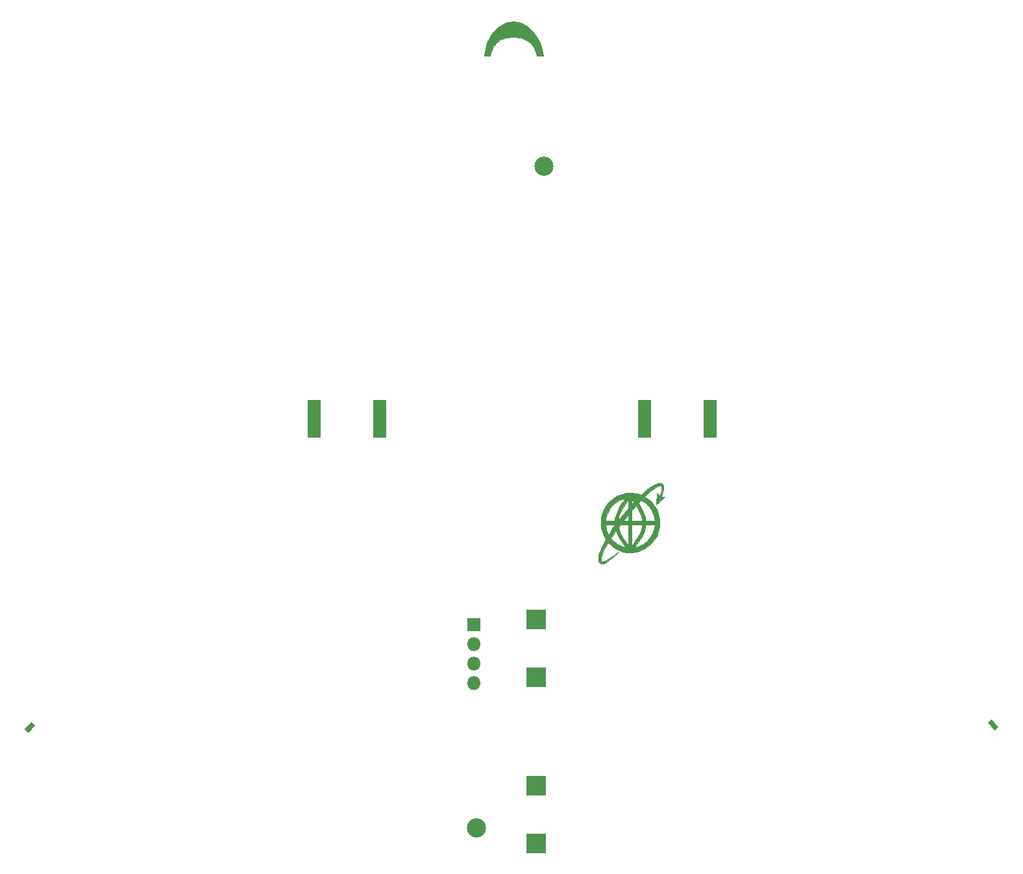
<source format=gts>
%TF.GenerationSoftware,KiCad,Pcbnew,5.1.6-c6e7f7d~86~ubuntu18.04.1*%
%TF.CreationDate,2020-06-22T17:01:26-04:00*%
%TF.ProjectId,aerospace_badge,6165726f-7370-4616-9365-5f6261646765,V02*%
%TF.SameCoordinates,Original*%
%TF.FileFunction,Soldermask,Top*%
%TF.FilePolarity,Negative*%
%FSLAX46Y46*%
G04 Gerber Fmt 4.6, Leading zero omitted, Abs format (unit mm)*
G04 Created by KiCad (PCBNEW 5.1.6-c6e7f7d~86~ubuntu18.04.1) date 2020-06-22 17:01:26*
%MOMM*%
%LPD*%
G01*
G04 APERTURE LIST*
%ADD10C,0.070004*%
%ADD11C,0.100000*%
%ADD12C,0.007294*%
%ADD13R,2.600000X2.600000*%
%ADD14R,1.700000X5.000000*%
%ADD15C,2.500000*%
%ADD16R,1.800000X1.800000*%
%ADD17O,1.800000X1.800000*%
G04 APERTURE END LIST*
D10*
%TO.C,J8*%
G36*
X144787573Y-27711948D02*
G01*
X145032411Y-26897576D01*
X145790692Y-25549691D01*
X146627891Y-24819124D01*
X147459623Y-24307811D01*
X148450975Y-24100521D01*
X149453556Y-24295438D01*
X150308284Y-24797359D01*
X151005809Y-25465163D01*
X151536785Y-26157729D01*
X151908791Y-26915744D01*
X152149243Y-27728097D01*
X152317115Y-28640559D01*
X151536785Y-28640559D01*
X151450275Y-28256126D01*
X151048944Y-27408502D01*
X150663748Y-26954278D01*
X150120080Y-26556199D01*
X149391351Y-26271578D01*
X148450973Y-26157729D01*
X147512810Y-26257249D01*
X146789902Y-26535144D01*
X146254458Y-26932347D01*
X145878688Y-27389787D01*
X145495002Y-28249107D01*
X145416512Y-28640558D01*
X144620314Y-28640558D01*
X144787573Y-27711948D01*
G37*
X144787573Y-27711948D02*
X145032411Y-26897576D01*
X145790692Y-25549691D01*
X146627891Y-24819124D01*
X147459623Y-24307811D01*
X148450975Y-24100521D01*
X149453556Y-24295438D01*
X150308284Y-24797359D01*
X151005809Y-25465163D01*
X151536785Y-26157729D01*
X151908791Y-26915744D01*
X152149243Y-27728097D01*
X152317115Y-28640559D01*
X151536785Y-28640559D01*
X151450275Y-28256126D01*
X151048944Y-27408502D01*
X150663748Y-26954278D01*
X150120080Y-26556199D01*
X149391351Y-26271578D01*
X148450973Y-26157729D01*
X147512810Y-26257249D01*
X146789902Y-26535144D01*
X146254458Y-26932347D01*
X145878688Y-27389787D01*
X145495002Y-28249107D01*
X145416512Y-28640558D01*
X144620314Y-28640558D01*
X144787573Y-27711948D01*
D11*
G36*
X84718176Y-116443111D02*
G01*
X85555446Y-115445293D01*
X86087617Y-115891837D01*
X85250347Y-116889656D01*
X84718176Y-116443111D01*
G37*
G36*
X211706960Y-116136345D02*
G01*
X210869691Y-115138526D01*
X210337520Y-115585070D01*
X211174790Y-116582889D01*
X211706960Y-116136345D01*
G37*
D12*
G36*
X167575782Y-84334491D02*
G01*
X164492142Y-86333171D01*
X164571642Y-86368271D01*
X164506142Y-86449271D01*
X164440842Y-86510671D01*
X164348642Y-86394481D01*
X164256642Y-86278281D01*
X164256642Y-86278071D01*
X164334642Y-86297671D01*
X164492142Y-86333171D01*
X167575782Y-84334491D01*
X164137132Y-86811511D01*
X164030322Y-86932701D01*
X163902872Y-87056821D01*
X163888272Y-86977621D01*
X163882272Y-86783581D01*
X163892672Y-86508021D01*
X163892652Y-86507991D01*
X164020102Y-86659641D01*
X164137132Y-86811511D01*
X167575782Y-84334491D01*
X163468232Y-87556921D01*
X163362672Y-87673531D01*
X162936902Y-88177901D01*
X162422282Y-88823781D01*
X162117802Y-89207511D01*
X162098202Y-89220211D01*
X162092202Y-89208111D01*
X162102802Y-89127011D01*
X162175402Y-88784571D01*
X162291452Y-88423731D01*
X162446882Y-88055361D01*
X162637642Y-87690351D01*
X163004072Y-87123941D01*
X163370472Y-86632091D01*
X163466172Y-86521741D01*
X163466492Y-86521821D01*
X163467362Y-87039371D01*
X163468232Y-87556921D01*
X167575782Y-84334491D01*
X167382562Y-84357091D01*
X161593362Y-89713701D01*
X161664062Y-89730001D01*
X161676362Y-89760701D01*
X161584862Y-89935031D01*
X161364742Y-90277631D01*
X160955882Y-90900731D01*
X160858682Y-91061151D01*
X160783782Y-90894261D01*
X160680162Y-90640181D01*
X160597062Y-90385921D01*
X160535062Y-90132591D01*
X160494262Y-89881271D01*
X160473162Y-89706261D01*
X160473092Y-89705701D01*
X161074712Y-89705701D01*
X161593362Y-89713701D01*
X167382562Y-84357091D01*
X167160082Y-84423091D01*
X165090162Y-86555741D01*
X165271442Y-86656921D01*
X165511012Y-86807791D01*
X165738622Y-86984711D01*
X165951912Y-87184811D01*
X166148532Y-87405201D01*
X166326112Y-87642961D01*
X166482292Y-87895231D01*
X166614722Y-88159121D01*
X166721042Y-88431731D01*
X166831522Y-88857281D01*
X166886922Y-89213371D01*
X166873222Y-89241971D01*
X166801022Y-89257471D01*
X166295952Y-89265471D01*
X165704972Y-89265471D01*
X165686872Y-89134471D01*
X165616172Y-88748371D01*
X165519572Y-88389751D01*
X165417642Y-88129321D01*
X165267872Y-87809171D01*
X165096732Y-87482621D01*
X164930682Y-87203001D01*
X164764212Y-86912821D01*
X164812112Y-86841521D01*
X164927302Y-86717571D01*
X165090232Y-86556321D01*
X165090162Y-86555741D01*
X167160082Y-84423091D01*
X166910412Y-84531371D01*
X164342042Y-87357511D01*
X164404542Y-87300711D01*
X164450042Y-87283711D01*
X164450232Y-87283731D01*
X164480032Y-87295931D01*
X164510032Y-87328831D01*
X164589032Y-87450381D01*
X164817582Y-87844151D01*
X165010062Y-88257641D01*
X165155842Y-88665041D01*
X165244242Y-89040571D01*
X165280042Y-89265451D01*
X164581002Y-89265451D01*
X163881762Y-89265451D01*
X163881762Y-88576641D01*
X163881762Y-87887821D01*
X164127292Y-87603491D01*
X164342042Y-87357511D01*
X166910412Y-84531371D01*
X166635632Y-84680891D01*
X166337812Y-84870601D01*
X163468132Y-88377211D01*
X163468132Y-88821331D01*
X163468132Y-89265451D01*
X163123532Y-89265451D01*
X162778912Y-89250851D01*
X163123532Y-88806731D01*
X163468132Y-88377211D01*
X166337812Y-84870601D01*
X166019022Y-85099481D01*
X162409352Y-89720421D01*
X162938792Y-89712421D01*
X163468012Y-89704421D01*
X163468132Y-89705401D01*
X163468132Y-91084491D01*
X163461132Y-92462741D01*
X163171132Y-92081531D01*
X162791092Y-91539871D01*
X162621732Y-91258321D01*
X162469822Y-90968191D01*
X162340552Y-90680141D01*
X162239122Y-90404851D01*
X162138162Y-90092371D01*
X162273752Y-89906281D01*
X162409352Y-89720421D01*
X166019022Y-85099481D01*
X165681332Y-85366461D01*
X165326812Y-85670531D01*
X165103192Y-85869331D01*
X163060292Y-86294181D01*
X163067292Y-86308881D01*
X163041392Y-86354981D01*
X162865352Y-86590471D01*
X162556372Y-87023301D01*
X162282402Y-87461821D01*
X162055422Y-87885431D01*
X161887412Y-88273491D01*
X161745052Y-88767471D01*
X161695652Y-89009211D01*
X161676552Y-89179471D01*
X161676552Y-89264771D01*
X161074932Y-89264771D01*
X160473322Y-89264771D01*
X160495922Y-89076611D01*
X160570622Y-88677381D01*
X160695642Y-88291711D01*
X160867342Y-87924761D01*
X161082012Y-87581711D01*
X161335972Y-87267711D01*
X161625552Y-86987921D01*
X161947062Y-86747511D01*
X162296822Y-86551661D01*
X162655412Y-86409331D01*
X163009202Y-86302371D01*
X163060102Y-86294371D01*
X163060292Y-86294181D01*
X165103192Y-85869331D01*
X161824492Y-90528161D01*
X161901892Y-90730511D01*
X162072152Y-91115531D01*
X162297912Y-91533381D01*
X162566452Y-91962261D01*
X162865012Y-92380371D01*
X163064652Y-92649261D01*
X163070652Y-92674561D01*
X163037652Y-92678561D01*
X162806592Y-92617061D01*
X162370802Y-92451811D01*
X161964702Y-92233301D01*
X161603952Y-91971361D01*
X161445482Y-91827181D01*
X161304222Y-91675841D01*
X161169462Y-91518141D01*
X161232262Y-91409031D01*
X161559772Y-90914011D01*
X161824492Y-90528091D01*
X161824492Y-90528161D01*
X165103192Y-85869331D01*
X164867872Y-85790231D01*
X164582132Y-85704831D01*
X164312792Y-85650631D01*
X164022892Y-85622331D01*
X163675492Y-85614331D01*
X163881982Y-89706261D01*
X164581222Y-89706261D01*
X165280252Y-89706261D01*
X165246052Y-89919871D01*
X165193152Y-90179371D01*
X165116852Y-90441801D01*
X165016112Y-90709241D01*
X164889872Y-90983771D01*
X164737092Y-91267471D01*
X164556722Y-91562391D01*
X164109082Y-92194291D01*
X163892762Y-92463181D01*
X163881962Y-91084721D01*
X163881962Y-89706261D01*
X163881982Y-89706261D01*
X163675492Y-85614331D01*
X163242022Y-85626831D01*
X162918672Y-85677031D01*
X162645142Y-85745931D01*
X162380892Y-85832331D01*
X162126462Y-85935651D01*
X161882362Y-86055431D01*
X161649112Y-86191131D01*
X161427242Y-86342271D01*
X161217262Y-86508331D01*
X161019692Y-86688811D01*
X160835062Y-86883191D01*
X160663872Y-87090951D01*
X160506662Y-87311601D01*
X160363942Y-87544621D01*
X160236222Y-87789511D01*
X160124042Y-88045741D01*
X160027942Y-88312821D01*
X159948342Y-88590231D01*
X159906342Y-88771491D01*
X159883442Y-88935891D01*
X159871542Y-89485361D01*
X166678652Y-89705231D01*
X166823902Y-89721331D01*
X166861302Y-89741331D01*
X166880202Y-89772331D01*
X166877202Y-89876791D01*
X166844102Y-90053491D01*
X166794102Y-90290001D01*
X166727802Y-90519681D01*
X166645302Y-90742251D01*
X166546702Y-90957461D01*
X166432252Y-91165021D01*
X166302052Y-91364691D01*
X166156222Y-91556181D01*
X165994902Y-91739221D01*
X165702052Y-92010701D01*
X165373442Y-92247641D01*
X165023662Y-92440751D01*
X164667342Y-92580741D01*
X164354222Y-92668941D01*
X164261622Y-92688741D01*
X164481902Y-92403371D01*
X164734162Y-92061151D01*
X164956532Y-91726931D01*
X165149462Y-91399751D01*
X165313402Y-91078671D01*
X165448782Y-90762761D01*
X165556062Y-90451041D01*
X165635662Y-90142611D01*
X165688062Y-89836491D01*
X165704762Y-89705691D01*
X166295882Y-89705691D01*
X166678882Y-89705291D01*
X166678882Y-89705301D01*
X166678652Y-89705231D01*
X159871542Y-89485361D01*
X159882342Y-90035531D01*
X159905242Y-90198941D01*
X159947742Y-90380491D01*
X160030242Y-90664051D01*
X160132572Y-90947851D01*
X160248542Y-91216341D01*
X160372002Y-91453971D01*
X160497582Y-91671951D01*
X160382212Y-91881391D01*
X160068852Y-92502171D01*
X159793122Y-93127601D01*
X159671432Y-93455751D01*
X159593932Y-93721901D01*
X159552932Y-93958961D01*
X159540732Y-94199831D01*
X159550832Y-94420201D01*
X159586632Y-94577271D01*
X159655132Y-94688981D01*
X159763242Y-94773281D01*
X159885742Y-94822981D01*
X160059672Y-94824981D01*
X160218202Y-94798281D01*
X160394872Y-94737281D01*
X160588832Y-94642381D01*
X160799192Y-94514301D01*
X161025082Y-94353541D01*
X161265612Y-94160701D01*
X161787132Y-93681071D01*
X162214562Y-93258021D01*
X161952562Y-93461831D01*
X161355332Y-93903551D01*
X160843002Y-94234081D01*
X160421402Y-94449991D01*
X160246452Y-94513891D01*
X160096392Y-94547791D01*
X159985312Y-94550791D01*
X159912212Y-94503191D01*
X159879012Y-94463691D01*
X159862212Y-94417791D01*
X159865212Y-94231001D01*
X159922712Y-93917341D01*
X160055742Y-93530381D01*
X160265242Y-93067711D01*
X160552132Y-92526911D01*
X160802682Y-92080281D01*
X161053832Y-92315591D01*
X161247252Y-92485711D01*
X161448712Y-92641411D01*
X161657592Y-92782511D01*
X161873232Y-92908881D01*
X162322302Y-93116761D01*
X162790852Y-93263831D01*
X163273822Y-93348931D01*
X163519122Y-93367731D01*
X163766122Y-93370731D01*
X164014182Y-93357431D01*
X164262692Y-93327831D01*
X164510982Y-93281831D01*
X164758442Y-93219231D01*
X165032302Y-93121731D01*
X165341112Y-92982161D01*
X165644522Y-92820351D01*
X165902232Y-92656171D01*
X166149562Y-92454171D01*
X166417362Y-92196421D01*
X166665832Y-91923791D01*
X166855132Y-91677181D01*
X167054172Y-91340931D01*
X167224072Y-90976751D01*
X167360172Y-90595991D01*
X167457772Y-90210071D01*
X167495572Y-89889251D01*
X167508172Y-89485791D01*
X167495572Y-89082331D01*
X167457772Y-88761521D01*
X167361272Y-88375921D01*
X167228742Y-88004161D01*
X167060252Y-87646481D01*
X166855902Y-87303161D01*
X166644532Y-87028021D01*
X166369922Y-86731741D01*
X166074622Y-86456971D01*
X165801192Y-86246371D01*
X165555662Y-86083861D01*
X165802662Y-85847101D01*
X166125062Y-85551491D01*
X166438622Y-85289271D01*
X166735802Y-85065021D01*
X167009142Y-84883361D01*
X167251132Y-84748851D01*
X167454282Y-84666151D01*
X167611102Y-84639751D01*
X167669802Y-84648751D01*
X167714102Y-84673951D01*
X167753102Y-84727451D01*
X167778202Y-84803951D01*
X167787202Y-85021661D01*
X167741702Y-85318161D01*
X167642302Y-85684451D01*
X167569002Y-85896141D01*
X167526202Y-85984241D01*
X167340962Y-85786901D01*
X167211042Y-85643871D01*
X167181542Y-85627071D01*
X167169942Y-85642071D01*
X167062712Y-87105221D01*
X167643472Y-86622711D01*
X168220052Y-86135621D01*
X168084462Y-86117521D01*
X167818072Y-86096821D01*
X167725572Y-86088821D01*
X167687072Y-86074121D01*
X167811812Y-85758501D01*
X167910312Y-85505511D01*
X167982012Y-85276831D01*
X168026912Y-85072381D01*
X168045012Y-84892021D01*
X168036012Y-84735681D01*
X168000412Y-84603231D01*
X167937912Y-84494591D01*
X167848612Y-84409591D01*
X167726352Y-84352591D01*
X167575752Y-84334091D01*
X167575782Y-84334491D01*
G37*
X167575782Y-84334491D02*
X164492142Y-86333171D01*
X164571642Y-86368271D01*
X164506142Y-86449271D01*
X164440842Y-86510671D01*
X164348642Y-86394481D01*
X164256642Y-86278281D01*
X164256642Y-86278071D01*
X164334642Y-86297671D01*
X164492142Y-86333171D01*
X167575782Y-84334491D01*
X164137132Y-86811511D01*
X164030322Y-86932701D01*
X163902872Y-87056821D01*
X163888272Y-86977621D01*
X163882272Y-86783581D01*
X163892672Y-86508021D01*
X163892652Y-86507991D01*
X164020102Y-86659641D01*
X164137132Y-86811511D01*
X167575782Y-84334491D01*
X163468232Y-87556921D01*
X163362672Y-87673531D01*
X162936902Y-88177901D01*
X162422282Y-88823781D01*
X162117802Y-89207511D01*
X162098202Y-89220211D01*
X162092202Y-89208111D01*
X162102802Y-89127011D01*
X162175402Y-88784571D01*
X162291452Y-88423731D01*
X162446882Y-88055361D01*
X162637642Y-87690351D01*
X163004072Y-87123941D01*
X163370472Y-86632091D01*
X163466172Y-86521741D01*
X163466492Y-86521821D01*
X163467362Y-87039371D01*
X163468232Y-87556921D01*
X167575782Y-84334491D01*
X167382562Y-84357091D01*
X161593362Y-89713701D01*
X161664062Y-89730001D01*
X161676362Y-89760701D01*
X161584862Y-89935031D01*
X161364742Y-90277631D01*
X160955882Y-90900731D01*
X160858682Y-91061151D01*
X160783782Y-90894261D01*
X160680162Y-90640181D01*
X160597062Y-90385921D01*
X160535062Y-90132591D01*
X160494262Y-89881271D01*
X160473162Y-89706261D01*
X160473092Y-89705701D01*
X161074712Y-89705701D01*
X161593362Y-89713701D01*
X167382562Y-84357091D01*
X167160082Y-84423091D01*
X165090162Y-86555741D01*
X165271442Y-86656921D01*
X165511012Y-86807791D01*
X165738622Y-86984711D01*
X165951912Y-87184811D01*
X166148532Y-87405201D01*
X166326112Y-87642961D01*
X166482292Y-87895231D01*
X166614722Y-88159121D01*
X166721042Y-88431731D01*
X166831522Y-88857281D01*
X166886922Y-89213371D01*
X166873222Y-89241971D01*
X166801022Y-89257471D01*
X166295952Y-89265471D01*
X165704972Y-89265471D01*
X165686872Y-89134471D01*
X165616172Y-88748371D01*
X165519572Y-88389751D01*
X165417642Y-88129321D01*
X165267872Y-87809171D01*
X165096732Y-87482621D01*
X164930682Y-87203001D01*
X164764212Y-86912821D01*
X164812112Y-86841521D01*
X164927302Y-86717571D01*
X165090232Y-86556321D01*
X165090162Y-86555741D01*
X167160082Y-84423091D01*
X166910412Y-84531371D01*
X164342042Y-87357511D01*
X164404542Y-87300711D01*
X164450042Y-87283711D01*
X164450232Y-87283731D01*
X164480032Y-87295931D01*
X164510032Y-87328831D01*
X164589032Y-87450381D01*
X164817582Y-87844151D01*
X165010062Y-88257641D01*
X165155842Y-88665041D01*
X165244242Y-89040571D01*
X165280042Y-89265451D01*
X164581002Y-89265451D01*
X163881762Y-89265451D01*
X163881762Y-88576641D01*
X163881762Y-87887821D01*
X164127292Y-87603491D01*
X164342042Y-87357511D01*
X166910412Y-84531371D01*
X166635632Y-84680891D01*
X166337812Y-84870601D01*
X163468132Y-88377211D01*
X163468132Y-88821331D01*
X163468132Y-89265451D01*
X163123532Y-89265451D01*
X162778912Y-89250851D01*
X163123532Y-88806731D01*
X163468132Y-88377211D01*
X166337812Y-84870601D01*
X166019022Y-85099481D01*
X162409352Y-89720421D01*
X162938792Y-89712421D01*
X163468012Y-89704421D01*
X163468132Y-89705401D01*
X163468132Y-91084491D01*
X163461132Y-92462741D01*
X163171132Y-92081531D01*
X162791092Y-91539871D01*
X162621732Y-91258321D01*
X162469822Y-90968191D01*
X162340552Y-90680141D01*
X162239122Y-90404851D01*
X162138162Y-90092371D01*
X162273752Y-89906281D01*
X162409352Y-89720421D01*
X166019022Y-85099481D01*
X165681332Y-85366461D01*
X165326812Y-85670531D01*
X165103192Y-85869331D01*
X163060292Y-86294181D01*
X163067292Y-86308881D01*
X163041392Y-86354981D01*
X162865352Y-86590471D01*
X162556372Y-87023301D01*
X162282402Y-87461821D01*
X162055422Y-87885431D01*
X161887412Y-88273491D01*
X161745052Y-88767471D01*
X161695652Y-89009211D01*
X161676552Y-89179471D01*
X161676552Y-89264771D01*
X161074932Y-89264771D01*
X160473322Y-89264771D01*
X160495922Y-89076611D01*
X160570622Y-88677381D01*
X160695642Y-88291711D01*
X160867342Y-87924761D01*
X161082012Y-87581711D01*
X161335972Y-87267711D01*
X161625552Y-86987921D01*
X161947062Y-86747511D01*
X162296822Y-86551661D01*
X162655412Y-86409331D01*
X163009202Y-86302371D01*
X163060102Y-86294371D01*
X163060292Y-86294181D01*
X165103192Y-85869331D01*
X161824492Y-90528161D01*
X161901892Y-90730511D01*
X162072152Y-91115531D01*
X162297912Y-91533381D01*
X162566452Y-91962261D01*
X162865012Y-92380371D01*
X163064652Y-92649261D01*
X163070652Y-92674561D01*
X163037652Y-92678561D01*
X162806592Y-92617061D01*
X162370802Y-92451811D01*
X161964702Y-92233301D01*
X161603952Y-91971361D01*
X161445482Y-91827181D01*
X161304222Y-91675841D01*
X161169462Y-91518141D01*
X161232262Y-91409031D01*
X161559772Y-90914011D01*
X161824492Y-90528091D01*
X161824492Y-90528161D01*
X165103192Y-85869331D01*
X164867872Y-85790231D01*
X164582132Y-85704831D01*
X164312792Y-85650631D01*
X164022892Y-85622331D01*
X163675492Y-85614331D01*
X163881982Y-89706261D01*
X164581222Y-89706261D01*
X165280252Y-89706261D01*
X165246052Y-89919871D01*
X165193152Y-90179371D01*
X165116852Y-90441801D01*
X165016112Y-90709241D01*
X164889872Y-90983771D01*
X164737092Y-91267471D01*
X164556722Y-91562391D01*
X164109082Y-92194291D01*
X163892762Y-92463181D01*
X163881962Y-91084721D01*
X163881962Y-89706261D01*
X163881982Y-89706261D01*
X163675492Y-85614331D01*
X163242022Y-85626831D01*
X162918672Y-85677031D01*
X162645142Y-85745931D01*
X162380892Y-85832331D01*
X162126462Y-85935651D01*
X161882362Y-86055431D01*
X161649112Y-86191131D01*
X161427242Y-86342271D01*
X161217262Y-86508331D01*
X161019692Y-86688811D01*
X160835062Y-86883191D01*
X160663872Y-87090951D01*
X160506662Y-87311601D01*
X160363942Y-87544621D01*
X160236222Y-87789511D01*
X160124042Y-88045741D01*
X160027942Y-88312821D01*
X159948342Y-88590231D01*
X159906342Y-88771491D01*
X159883442Y-88935891D01*
X159871542Y-89485361D01*
X166678652Y-89705231D01*
X166823902Y-89721331D01*
X166861302Y-89741331D01*
X166880202Y-89772331D01*
X166877202Y-89876791D01*
X166844102Y-90053491D01*
X166794102Y-90290001D01*
X166727802Y-90519681D01*
X166645302Y-90742251D01*
X166546702Y-90957461D01*
X166432252Y-91165021D01*
X166302052Y-91364691D01*
X166156222Y-91556181D01*
X165994902Y-91739221D01*
X165702052Y-92010701D01*
X165373442Y-92247641D01*
X165023662Y-92440751D01*
X164667342Y-92580741D01*
X164354222Y-92668941D01*
X164261622Y-92688741D01*
X164481902Y-92403371D01*
X164734162Y-92061151D01*
X164956532Y-91726931D01*
X165149462Y-91399751D01*
X165313402Y-91078671D01*
X165448782Y-90762761D01*
X165556062Y-90451041D01*
X165635662Y-90142611D01*
X165688062Y-89836491D01*
X165704762Y-89705691D01*
X166295882Y-89705691D01*
X166678882Y-89705291D01*
X166678882Y-89705301D01*
X166678652Y-89705231D01*
X159871542Y-89485361D01*
X159882342Y-90035531D01*
X159905242Y-90198941D01*
X159947742Y-90380491D01*
X160030242Y-90664051D01*
X160132572Y-90947851D01*
X160248542Y-91216341D01*
X160372002Y-91453971D01*
X160497582Y-91671951D01*
X160382212Y-91881391D01*
X160068852Y-92502171D01*
X159793122Y-93127601D01*
X159671432Y-93455751D01*
X159593932Y-93721901D01*
X159552932Y-93958961D01*
X159540732Y-94199831D01*
X159550832Y-94420201D01*
X159586632Y-94577271D01*
X159655132Y-94688981D01*
X159763242Y-94773281D01*
X159885742Y-94822981D01*
X160059672Y-94824981D01*
X160218202Y-94798281D01*
X160394872Y-94737281D01*
X160588832Y-94642381D01*
X160799192Y-94514301D01*
X161025082Y-94353541D01*
X161265612Y-94160701D01*
X161787132Y-93681071D01*
X162214562Y-93258021D01*
X161952562Y-93461831D01*
X161355332Y-93903551D01*
X160843002Y-94234081D01*
X160421402Y-94449991D01*
X160246452Y-94513891D01*
X160096392Y-94547791D01*
X159985312Y-94550791D01*
X159912212Y-94503191D01*
X159879012Y-94463691D01*
X159862212Y-94417791D01*
X159865212Y-94231001D01*
X159922712Y-93917341D01*
X160055742Y-93530381D01*
X160265242Y-93067711D01*
X160552132Y-92526911D01*
X160802682Y-92080281D01*
X161053832Y-92315591D01*
X161247252Y-92485711D01*
X161448712Y-92641411D01*
X161657592Y-92782511D01*
X161873232Y-92908881D01*
X162322302Y-93116761D01*
X162790852Y-93263831D01*
X163273822Y-93348931D01*
X163519122Y-93367731D01*
X163766122Y-93370731D01*
X164014182Y-93357431D01*
X164262692Y-93327831D01*
X164510982Y-93281831D01*
X164758442Y-93219231D01*
X165032302Y-93121731D01*
X165341112Y-92982161D01*
X165644522Y-92820351D01*
X165902232Y-92656171D01*
X166149562Y-92454171D01*
X166417362Y-92196421D01*
X166665832Y-91923791D01*
X166855132Y-91677181D01*
X167054172Y-91340931D01*
X167224072Y-90976751D01*
X167360172Y-90595991D01*
X167457772Y-90210071D01*
X167495572Y-89889251D01*
X167508172Y-89485791D01*
X167495572Y-89082331D01*
X167457772Y-88761521D01*
X167361272Y-88375921D01*
X167228742Y-88004161D01*
X167060252Y-87646481D01*
X166855902Y-87303161D01*
X166644532Y-87028021D01*
X166369922Y-86731741D01*
X166074622Y-86456971D01*
X165801192Y-86246371D01*
X165555662Y-86083861D01*
X165802662Y-85847101D01*
X166125062Y-85551491D01*
X166438622Y-85289271D01*
X166735802Y-85065021D01*
X167009142Y-84883361D01*
X167251132Y-84748851D01*
X167454282Y-84666151D01*
X167611102Y-84639751D01*
X167669802Y-84648751D01*
X167714102Y-84673951D01*
X167753102Y-84727451D01*
X167778202Y-84803951D01*
X167787202Y-85021661D01*
X167741702Y-85318161D01*
X167642302Y-85684451D01*
X167569002Y-85896141D01*
X167526202Y-85984241D01*
X167340962Y-85786901D01*
X167211042Y-85643871D01*
X167181542Y-85627071D01*
X167169942Y-85642071D01*
X167062712Y-87105221D01*
X167643472Y-86622711D01*
X168220052Y-86135621D01*
X168084462Y-86117521D01*
X167818072Y-86096821D01*
X167725572Y-86088821D01*
X167687072Y-86074121D01*
X167811812Y-85758501D01*
X167910312Y-85505511D01*
X167982012Y-85276831D01*
X168026912Y-85072381D01*
X168045012Y-84892021D01*
X168036012Y-84735681D01*
X168000412Y-84603231D01*
X167937912Y-84494591D01*
X167848612Y-84409591D01*
X167726352Y-84352591D01*
X167575752Y-84334091D01*
X167575782Y-84334491D01*
%TD*%
D13*
%TO.C,J6*%
X151384000Y-131279900D03*
X151384000Y-123779900D03*
%TD*%
%TO.C,J7*%
X151384000Y-102126400D03*
X151384000Y-109626400D03*
%TD*%
D14*
%TO.C,J2*%
X165589800Y-75951600D03*
X174109800Y-75951600D03*
%TD*%
D15*
%TO.C,D4*%
X143662400Y-129273300D03*
%TD*%
%TO.C,D5*%
X152438100Y-42966200D03*
%TD*%
D16*
%TO.C,J4*%
X143332200Y-102781100D03*
D17*
X143332200Y-105321100D03*
X143332200Y-107861100D03*
X143332200Y-110401100D03*
%TD*%
D14*
%TO.C,J1*%
X131006000Y-75920600D03*
X122486000Y-75920600D03*
%TD*%
M02*

</source>
